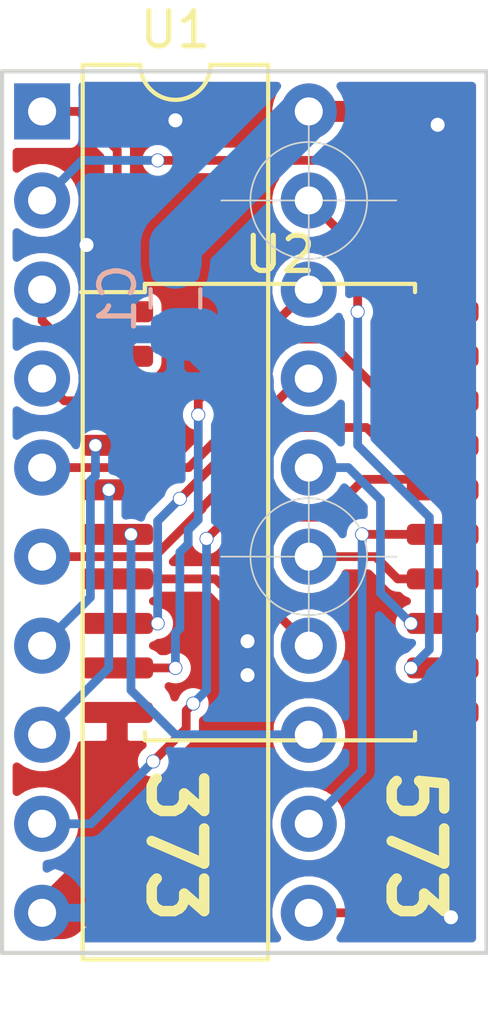
<source format=kicad_pcb>
(kicad_pcb (version 20171130) (host pcbnew "(5.1.5)-3")

  (general
    (thickness 1.6)
    (drawings 8)
    (tracks 142)
    (zones 0)
    (modules 3)
    (nets 21)
  )

  (page A4)
  (layers
    (0 F.Cu signal)
    (31 B.Cu signal)
    (32 B.Adhes user)
    (33 F.Adhes user)
    (34 B.Paste user)
    (35 F.Paste user)
    (36 B.SilkS user)
    (37 F.SilkS user)
    (38 B.Mask user)
    (39 F.Mask user)
    (40 Dwgs.User user)
    (41 Cmts.User user)
    (42 Eco1.User user)
    (43 Eco2.User user)
    (44 Edge.Cuts user)
    (45 Margin user)
    (46 B.CrtYd user)
    (47 F.CrtYd user)
    (48 B.Fab user)
    (49 F.Fab user)
  )

  (setup
    (last_trace_width 0.25)
    (user_trace_width 0.6)
    (user_trace_width 1.5)
    (trace_clearance 0.2)
    (zone_clearance 0.239)
    (zone_45_only no)
    (trace_min 0.2)
    (via_size 0.8)
    (via_drill 0.4)
    (via_min_size 0.35)
    (via_min_drill 0.3)
    (user_via 0.4 0.35)
    (uvia_size 0.3)
    (uvia_drill 0.1)
    (uvias_allowed no)
    (uvia_min_size 0.2)
    (uvia_min_drill 0.1)
    (edge_width 0.05)
    (segment_width 0.2)
    (pcb_text_width 0.3)
    (pcb_text_size 1.5 1.5)
    (mod_edge_width 0.12)
    (mod_text_size 1 1)
    (mod_text_width 0.15)
    (pad_size 1.524 1.524)
    (pad_drill 0.762)
    (pad_to_mask_clearance 0.051)
    (solder_mask_min_width 0.25)
    (aux_axis_origin 114.3 78.74)
    (visible_elements 7FFFFFFF)
    (pcbplotparams
      (layerselection 0x010f0_ffffffff)
      (usegerberextensions false)
      (usegerberattributes false)
      (usegerberadvancedattributes false)
      (creategerberjobfile false)
      (excludeedgelayer true)
      (linewidth 0.100000)
      (plotframeref false)
      (viasonmask false)
      (mode 1)
      (useauxorigin false)
      (hpglpennumber 1)
      (hpglpenspeed 20)
      (hpglpendiameter 15.000000)
      (psnegative false)
      (psa4output false)
      (plotreference true)
      (plotvalue true)
      (plotinvisibletext false)
      (padsonsilk false)
      (subtractmaskfromsilk false)
      (outputformat 1)
      (mirror false)
      (drillshape 0)
      (scaleselection 1)
      (outputdirectory "gerber/"))
  )

  (net 0 "")
  (net 1 "Net-(U1-Pad1)")
  (net 2 "Net-(U1-Pad2)")
  (net 3 "Net-(U1-Pad9)")
  (net 4 "Net-(U1-Pad3)")
  (net 5 "Net-(U1-Pad4)")
  (net 6 "Net-(U1-Pad11)")
  (net 7 "Net-(U1-Pad5)")
  (net 8 "Net-(U1-Pad12)")
  (net 9 "Net-(U1-Pad6)")
  (net 10 "Net-(U1-Pad13)")
  (net 11 "Net-(C1-Pad1)")
  (net 12 "Net-(U1-Pad14)")
  (net 13 "Net-(U1-Pad7)")
  (net 14 "Net-(U1-Pad15)")
  (net 15 GND)
  (net 16 "Net-(U1-Pad16)")
  (net 17 "Net-(U1-Pad17)")
  (net 18 "Net-(U1-Pad8)")
  (net 19 "Net-(U1-Pad18)")
  (net 20 "Net-(U1-Pad19)")

  (net_class Default "This is the default net class."
    (clearance 0.2)
    (trace_width 0.25)
    (via_dia 0.8)
    (via_drill 0.4)
    (uvia_dia 0.3)
    (uvia_drill 0.1)
    (add_net GND)
    (add_net "Net-(C1-Pad1)")
    (add_net "Net-(U1-Pad1)")
    (add_net "Net-(U1-Pad11)")
    (add_net "Net-(U1-Pad12)")
    (add_net "Net-(U1-Pad13)")
    (add_net "Net-(U1-Pad14)")
    (add_net "Net-(U1-Pad15)")
    (add_net "Net-(U1-Pad16)")
    (add_net "Net-(U1-Pad17)")
    (add_net "Net-(U1-Pad18)")
    (add_net "Net-(U1-Pad19)")
    (add_net "Net-(U1-Pad2)")
    (add_net "Net-(U1-Pad3)")
    (add_net "Net-(U1-Pad4)")
    (add_net "Net-(U1-Pad5)")
    (add_net "Net-(U1-Pad6)")
    (add_net "Net-(U1-Pad7)")
    (add_net "Net-(U1-Pad8)")
    (add_net "Net-(U1-Pad9)")
  )

  (module Capacitor_SMD:C_0805_2012Metric_Pad1.15x1.40mm_HandSolder (layer B.Cu) (tedit 5B36C52B) (tstamp 5EF1D490)
    (at 110.49 76.454 270)
    (descr "Capacitor SMD 0805 (2012 Metric), square (rectangular) end terminal, IPC_7351 nominal with elongated pad for handsoldering. (Body size source: https://docs.google.com/spreadsheets/d/1BsfQQcO9C6DZCsRaXUlFlo91Tg2WpOkGARC1WS5S8t0/edit?usp=sharing), generated with kicad-footprint-generator")
    (tags "capacitor handsolder")
    (path /7C524249)
    (attr smd)
    (fp_text reference C1 (at 0 1.65 90) (layer B.SilkS)
      (effects (font (size 1 1) (thickness 0.15)) (justify mirror))
    )
    (fp_text value 100n (at 0 -1.65 90) (layer B.Fab)
      (effects (font (size 1 1) (thickness 0.15)) (justify mirror))
    )
    (fp_line (start -1 -0.6) (end -1 0.6) (layer B.Fab) (width 0.1))
    (fp_line (start -1 0.6) (end 1 0.6) (layer B.Fab) (width 0.1))
    (fp_line (start 1 0.6) (end 1 -0.6) (layer B.Fab) (width 0.1))
    (fp_line (start 1 -0.6) (end -1 -0.6) (layer B.Fab) (width 0.1))
    (fp_line (start -0.261252 0.71) (end 0.261252 0.71) (layer B.SilkS) (width 0.12))
    (fp_line (start -0.261252 -0.71) (end 0.261252 -0.71) (layer B.SilkS) (width 0.12))
    (fp_line (start -1.85 -0.95) (end -1.85 0.95) (layer B.CrtYd) (width 0.05))
    (fp_line (start -1.85 0.95) (end 1.85 0.95) (layer B.CrtYd) (width 0.05))
    (fp_line (start 1.85 0.95) (end 1.85 -0.95) (layer B.CrtYd) (width 0.05))
    (fp_line (start 1.85 -0.95) (end -1.85 -0.95) (layer B.CrtYd) (width 0.05))
    (fp_text user %R (at 0 0 90) (layer B.Fab)
      (effects (font (size 0.5 0.5) (thickness 0.08)) (justify mirror))
    )
    (pad 1 smd roundrect (at -1.025 0 270) (size 1.15 1.4) (layers B.Cu B.Paste B.Mask) (roundrect_rratio 0.217391)
      (net 11 "Net-(C1-Pad1)"))
    (pad 2 smd roundrect (at 1.025 0 270) (size 1.15 1.4) (layers B.Cu B.Paste B.Mask) (roundrect_rratio 0.217391)
      (net 15 GND))
    (model ${KISYS3DMOD}/Capacitor_SMD.3dshapes/C_0805_2012Metric.wrl
      (at (xyz 0 0 0))
      (scale (xyz 1 1 1))
      (rotate (xyz 0 0 0))
    )
  )

  (module Package_DIP:DIP-20_W7.62mm (layer F.Cu) (tedit 5A02E8C5) (tstamp 5EF1D4B8)
    (at 106.68 71.12)
    (descr "20-lead though-hole mounted DIP package, row spacing 7.62 mm (300 mils)")
    (tags "THT DIP DIL PDIP 2.54mm 7.62mm 300mil")
    (path /5EF1D2C1)
    (fp_text reference U1 (at 3.81 -2.33) (layer F.SilkS)
      (effects (font (size 1 1) (thickness 0.15)))
    )
    (fp_text value 74LS373 (at 3.81 25.19) (layer F.Fab)
      (effects (font (size 1 1) (thickness 0.15)))
    )
    (fp_arc (start 3.81 -1.33) (end 2.81 -1.33) (angle -180) (layer F.SilkS) (width 0.12))
    (fp_line (start 1.635 -1.27) (end 6.985 -1.27) (layer F.Fab) (width 0.1))
    (fp_line (start 6.985 -1.27) (end 6.985 24.13) (layer F.Fab) (width 0.1))
    (fp_line (start 6.985 24.13) (end 0.635 24.13) (layer F.Fab) (width 0.1))
    (fp_line (start 0.635 24.13) (end 0.635 -0.27) (layer F.Fab) (width 0.1))
    (fp_line (start 0.635 -0.27) (end 1.635 -1.27) (layer F.Fab) (width 0.1))
    (fp_line (start 2.81 -1.33) (end 1.16 -1.33) (layer F.SilkS) (width 0.12))
    (fp_line (start 1.16 -1.33) (end 1.16 24.19) (layer F.SilkS) (width 0.12))
    (fp_line (start 1.16 24.19) (end 6.46 24.19) (layer F.SilkS) (width 0.12))
    (fp_line (start 6.46 24.19) (end 6.46 -1.33) (layer F.SilkS) (width 0.12))
    (fp_line (start 6.46 -1.33) (end 4.81 -1.33) (layer F.SilkS) (width 0.12))
    (fp_line (start -1.1 -1.55) (end -1.1 24.4) (layer F.CrtYd) (width 0.05))
    (fp_line (start -1.1 24.4) (end 8.7 24.4) (layer F.CrtYd) (width 0.05))
    (fp_line (start 8.7 24.4) (end 8.7 -1.55) (layer F.CrtYd) (width 0.05))
    (fp_line (start 8.7 -1.55) (end -1.1 -1.55) (layer F.CrtYd) (width 0.05))
    (fp_text user %R (at 3.81 11.43) (layer F.Fab)
      (effects (font (size 1 1) (thickness 0.15)))
    )
    (pad 1 thru_hole rect (at 0 0) (size 1.6 1.6) (drill 0.8) (layers *.Cu *.Mask)
      (net 1 "Net-(U1-Pad1)"))
    (pad 11 thru_hole oval (at 7.62 22.86) (size 1.6 1.6) (drill 0.8) (layers *.Cu *.Mask)
      (net 6 "Net-(U1-Pad11)"))
    (pad 2 thru_hole oval (at 0 2.54) (size 1.6 1.6) (drill 0.8) (layers *.Cu *.Mask)
      (net 2 "Net-(U1-Pad2)"))
    (pad 12 thru_hole oval (at 7.62 20.32) (size 1.6 1.6) (drill 0.8) (layers *.Cu *.Mask)
      (net 8 "Net-(U1-Pad12)"))
    (pad 3 thru_hole oval (at 0 5.08) (size 1.6 1.6) (drill 0.8) (layers *.Cu *.Mask)
      (net 4 "Net-(U1-Pad3)"))
    (pad 13 thru_hole oval (at 7.62 17.78) (size 1.6 1.6) (drill 0.8) (layers *.Cu *.Mask)
      (net 10 "Net-(U1-Pad13)"))
    (pad 4 thru_hole oval (at 0 7.62) (size 1.6 1.6) (drill 0.8) (layers *.Cu *.Mask)
      (net 5 "Net-(U1-Pad4)"))
    (pad 14 thru_hole oval (at 7.62 15.24) (size 1.6 1.6) (drill 0.8) (layers *.Cu *.Mask)
      (net 12 "Net-(U1-Pad14)"))
    (pad 5 thru_hole oval (at 0 10.16) (size 1.6 1.6) (drill 0.8) (layers *.Cu *.Mask)
      (net 7 "Net-(U1-Pad5)"))
    (pad 15 thru_hole oval (at 7.62 12.7) (size 1.6 1.6) (drill 0.8) (layers *.Cu *.Mask)
      (net 14 "Net-(U1-Pad15)"))
    (pad 6 thru_hole oval (at 0 12.7) (size 1.6 1.6) (drill 0.8) (layers *.Cu *.Mask)
      (net 9 "Net-(U1-Pad6)"))
    (pad 16 thru_hole oval (at 7.62 10.16) (size 1.6 1.6) (drill 0.8) (layers *.Cu *.Mask)
      (net 16 "Net-(U1-Pad16)"))
    (pad 7 thru_hole oval (at 0 15.24) (size 1.6 1.6) (drill 0.8) (layers *.Cu *.Mask)
      (net 13 "Net-(U1-Pad7)"))
    (pad 17 thru_hole oval (at 7.62 7.62) (size 1.6 1.6) (drill 0.8) (layers *.Cu *.Mask)
      (net 17 "Net-(U1-Pad17)"))
    (pad 8 thru_hole oval (at 0 17.78) (size 1.6 1.6) (drill 0.8) (layers *.Cu *.Mask)
      (net 18 "Net-(U1-Pad8)"))
    (pad 18 thru_hole oval (at 7.62 5.08) (size 1.6 1.6) (drill 0.8) (layers *.Cu *.Mask)
      (net 19 "Net-(U1-Pad18)"))
    (pad 9 thru_hole oval (at 0 20.32) (size 1.6 1.6) (drill 0.8) (layers *.Cu *.Mask)
      (net 3 "Net-(U1-Pad9)"))
    (pad 19 thru_hole oval (at 7.62 2.54) (size 1.6 1.6) (drill 0.8) (layers *.Cu *.Mask)
      (net 20 "Net-(U1-Pad19)"))
    (pad 10 thru_hole oval (at 0 22.86) (size 1.6 1.6) (drill 0.8) (layers *.Cu *.Mask)
      (net 15 GND))
    (pad 20 thru_hole oval (at 7.62 0) (size 1.6 1.6) (drill 0.8) (layers *.Cu *.Mask)
      (net 11 "Net-(C1-Pad1)"))
  )

  (module Package_SO:SOIC-20W_7.5x12.8mm_P1.27mm (layer F.Cu) (tedit 5D9F72B1) (tstamp 5EF1D4E3)
    (at 113.4763 82.55)
    (descr "SOIC, 20 Pin (JEDEC MS-013AC, https://www.analog.com/media/en/package-pcb-resources/package/233848rw_20.pdf), generated with kicad-footprint-generator ipc_gullwing_generator.py")
    (tags "SOIC SO")
    (path /5EF1E168)
    (attr smd)
    (fp_text reference U2 (at 0 -7.35) (layer F.SilkS)
      (effects (font (size 1 1) (thickness 0.15)))
    )
    (fp_text value 74LS573 (at 0 7.35) (layer F.Fab)
      (effects (font (size 1 1) (thickness 0.15)))
    )
    (fp_line (start 0 6.51) (end 3.86 6.51) (layer F.SilkS) (width 0.12))
    (fp_line (start 3.86 6.51) (end 3.86 6.275) (layer F.SilkS) (width 0.12))
    (fp_line (start 0 6.51) (end -3.86 6.51) (layer F.SilkS) (width 0.12))
    (fp_line (start -3.86 6.51) (end -3.86 6.275) (layer F.SilkS) (width 0.12))
    (fp_line (start 0 -6.51) (end 3.86 -6.51) (layer F.SilkS) (width 0.12))
    (fp_line (start 3.86 -6.51) (end 3.86 -6.275) (layer F.SilkS) (width 0.12))
    (fp_line (start 0 -6.51) (end -3.86 -6.51) (layer F.SilkS) (width 0.12))
    (fp_line (start -3.86 -6.51) (end -3.86 -6.275) (layer F.SilkS) (width 0.12))
    (fp_line (start -3.86 -6.275) (end -5.675 -6.275) (layer F.SilkS) (width 0.12))
    (fp_line (start -2.75 -6.4) (end 3.75 -6.4) (layer F.Fab) (width 0.1))
    (fp_line (start 3.75 -6.4) (end 3.75 6.4) (layer F.Fab) (width 0.1))
    (fp_line (start 3.75 6.4) (end -3.75 6.4) (layer F.Fab) (width 0.1))
    (fp_line (start -3.75 6.4) (end -3.75 -5.4) (layer F.Fab) (width 0.1))
    (fp_line (start -3.75 -5.4) (end -2.75 -6.4) (layer F.Fab) (width 0.1))
    (fp_line (start -5.93 -6.65) (end -5.93 6.65) (layer F.CrtYd) (width 0.05))
    (fp_line (start -5.93 6.65) (end 5.93 6.65) (layer F.CrtYd) (width 0.05))
    (fp_line (start 5.93 6.65) (end 5.93 -6.65) (layer F.CrtYd) (width 0.05))
    (fp_line (start 5.93 -6.65) (end -5.93 -6.65) (layer F.CrtYd) (width 0.05))
    (fp_text user %R (at 0 0) (layer F.Fab)
      (effects (font (size 1 1) (thickness 0.15)))
    )
    (pad 1 smd roundrect (at -4.65 -5.715) (size 2.05 0.6) (layers F.Cu F.Paste F.Mask) (roundrect_rratio 0.25)
      (net 1 "Net-(U1-Pad1)"))
    (pad 2 smd roundrect (at -4.65 -4.445) (size 2.05 0.6) (layers F.Cu F.Paste F.Mask) (roundrect_rratio 0.25)
      (net 4 "Net-(U1-Pad3)"))
    (pad 3 smd roundrect (at -4.65 -3.175) (size 2.05 0.6) (layers F.Cu F.Paste F.Mask) (roundrect_rratio 0.25)
      (net 5 "Net-(U1-Pad4)"))
    (pad 4 smd roundrect (at -4.65 -1.905) (size 2.05 0.6) (layers F.Cu F.Paste F.Mask) (roundrect_rratio 0.25)
      (net 13 "Net-(U1-Pad7)"))
    (pad 5 smd roundrect (at -4.65 -0.635) (size 2.05 0.6) (layers F.Cu F.Paste F.Mask) (roundrect_rratio 0.25)
      (net 18 "Net-(U1-Pad8)"))
    (pad 6 smd roundrect (at -4.65 0.635) (size 2.05 0.6) (layers F.Cu F.Paste F.Mask) (roundrect_rratio 0.25)
      (net 10 "Net-(U1-Pad13)"))
    (pad 7 smd roundrect (at -4.65 1.905) (size 2.05 0.6) (layers F.Cu F.Paste F.Mask) (roundrect_rratio 0.25)
      (net 12 "Net-(U1-Pad14)"))
    (pad 8 smd roundrect (at -4.65 3.175) (size 2.05 0.6) (layers F.Cu F.Paste F.Mask) (roundrect_rratio 0.25)
      (net 17 "Net-(U1-Pad17)"))
    (pad 9 smd roundrect (at -4.65 4.445) (size 2.05 0.6) (layers F.Cu F.Paste F.Mask) (roundrect_rratio 0.25)
      (net 19 "Net-(U1-Pad18)"))
    (pad 10 smd roundrect (at -4.65 5.715) (size 2.05 0.6) (layers F.Cu F.Paste F.Mask) (roundrect_rratio 0.25)
      (net 15 GND))
    (pad 11 smd roundrect (at 4.65 5.715) (size 2.05 0.6) (layers F.Cu F.Paste F.Mask) (roundrect_rratio 0.25)
      (net 6 "Net-(U1-Pad11)"))
    (pad 12 smd roundrect (at 4.65 4.445) (size 2.05 0.6) (layers F.Cu F.Paste F.Mask) (roundrect_rratio 0.25)
      (net 20 "Net-(U1-Pad19)"))
    (pad 13 smd roundrect (at 4.65 3.175) (size 2.05 0.6) (layers F.Cu F.Paste F.Mask) (roundrect_rratio 0.25)
      (net 16 "Net-(U1-Pad16)"))
    (pad 14 smd roundrect (at 4.65 1.905) (size 2.05 0.6) (layers F.Cu F.Paste F.Mask) (roundrect_rratio 0.25)
      (net 14 "Net-(U1-Pad15)"))
    (pad 15 smd roundrect (at 4.65 0.635) (size 2.05 0.6) (layers F.Cu F.Paste F.Mask) (roundrect_rratio 0.25)
      (net 8 "Net-(U1-Pad12)"))
    (pad 16 smd roundrect (at 4.65 -0.635) (size 2.05 0.6) (layers F.Cu F.Paste F.Mask) (roundrect_rratio 0.25)
      (net 3 "Net-(U1-Pad9)"))
    (pad 17 smd roundrect (at 4.65 -1.905) (size 2.05 0.6) (layers F.Cu F.Paste F.Mask) (roundrect_rratio 0.25)
      (net 9 "Net-(U1-Pad6)"))
    (pad 18 smd roundrect (at 4.65 -3.175) (size 2.05 0.6) (layers F.Cu F.Paste F.Mask) (roundrect_rratio 0.25)
      (net 7 "Net-(U1-Pad5)"))
    (pad 19 smd roundrect (at 4.65 -4.445) (size 2.05 0.6) (layers F.Cu F.Paste F.Mask) (roundrect_rratio 0.25)
      (net 2 "Net-(U1-Pad2)"))
    (pad 20 smd roundrect (at 4.65 -5.715) (size 2.05 0.6) (layers F.Cu F.Paste F.Mask) (roundrect_rratio 0.25)
      (net 11 "Net-(C1-Pad1)"))
    (model ${KISYS3DMOD}/Package_SO.3dshapes/SOIC-20W_7.5x12.8mm_P1.27mm.wrl
      (at (xyz 0 0 0))
      (scale (xyz 1 1 1))
      (rotate (xyz 0 0 0))
    )
  )

  (gr_text 373 (at 110.49 92.075 270) (layer F.SilkS)
    (effects (font (size 1.5 1.5) (thickness 0.3)))
  )
  (gr_text 573 (at 117.348 92.075 270) (layer F.SilkS)
    (effects (font (size 1.5 1.5) (thickness 0.3)))
  )
  (target plus (at 114.3 83.82) (size 5) (width 0.05) (layer Edge.Cuts) (tstamp 5EDEE61A))
  (target plus (at 114.3 73.66) (size 5) (width 0.05) (layer Edge.Cuts))
  (gr_line (start 119.38 95.123) (end 119.38 69.977) (layer Edge.Cuts) (width 0.12) (tstamp 5EDD24B3))
  (gr_line (start 105.537 95.123) (end 119.38 95.123) (layer Edge.Cuts) (width 0.12))
  (gr_line (start 105.537 69.977) (end 105.537 95.123) (layer Edge.Cuts) (width 0.12))
  (gr_line (start 119.38 69.977) (end 105.537 69.977) (layer Edge.Cuts) (width 0.12))

  (via (at 117.221 86.995) (size 0.4) (drill 0.35) (layers F.Cu B.Cu) (net 20))
  (via (at 117.221 85.725) (size 0.4) (drill 0.35) (layers F.Cu B.Cu) (net 16))
  (via (at 109.22 83.185) (size 0.4) (drill 0.35) (layers F.Cu B.Cu) (net 10))
  (via (at 108.585 81.915) (size 0.4) (drill 0.35) (layers F.Cu B.Cu) (net 18))
  (via (at 108.204 80.645) (size 0.4) (drill 0.35) (layers F.Cu B.Cu) (net 13))
  (segment (start 107.73 71.12) (end 106.68 71.12) (width 0.25) (layer F.Cu) (net 1))
  (segment (start 108.8263 72.2163) (end 107.73 71.12) (width 0.25) (layer F.Cu) (net 1))
  (segment (start 108.8263 76.835) (end 108.8263 72.2163) (width 0.25) (layer F.Cu) (net 1))
  (segment (start 118.1263 78.105) (end 117.094 78.105) (width 0.25) (layer F.Cu) (net 2))
  (segment (start 117.094 78.105) (end 116.84 77.851) (width 0.25) (layer F.Cu) (net 2))
  (segment (start 116.77629 74.471288) (end 114.822002 72.517) (width 0.25) (layer F.Cu) (net 2))
  (segment (start 116.84 77.851) (end 116.77629 77.78729) (width 0.25) (layer F.Cu) (net 2))
  (segment (start 116.77629 77.78729) (end 116.77629 74.471288) (width 0.25) (layer F.Cu) (net 2))
  (segment (start 114.822002 72.517) (end 109.982 72.517) (width 0.25) (layer F.Cu) (net 2))
  (segment (start 109.982 72.517) (end 109.982 72.517) (width 0.25) (layer F.Cu) (net 2) (tstamp 5EF1D910))
  (via (at 109.982 72.517) (size 0.4) (drill 0.35) (layers F.Cu B.Cu) (net 2))
  (segment (start 107.823 72.517) (end 106.68 73.66) (width 0.25) (layer B.Cu) (net 2))
  (segment (start 109.982 72.517) (end 107.823 72.517) (width 0.25) (layer B.Cu) (net 2))
  (segment (start 114.790001 82.694999) (end 111.996001 82.694999) (width 0.25) (layer F.Cu) (net 3))
  (segment (start 115.87 81.615) (end 114.790001 82.694999) (width 0.25) (layer F.Cu) (net 3))
  (segment (start 118.1263 81.915) (end 117.8263 81.615) (width 0.25) (layer F.Cu) (net 3))
  (segment (start 117.8263 81.615) (end 115.87 81.615) (width 0.25) (layer F.Cu) (net 3))
  (segment (start 111.996001 82.694999) (end 111.379 83.312) (width 0.25) (layer F.Cu) (net 3))
  (segment (start 111.379 83.312) (end 111.379 83.312) (width 0.25) (layer F.Cu) (net 3) (tstamp 5EF1DC46))
  (via (at 111.379 83.312) (size 0.4) (drill 0.35) (layers F.Cu B.Cu) (net 3))
  (segment (start 111.379 83.312) (end 111.379 87.63) (width 0.25) (layer B.Cu) (net 3))
  (segment (start 111.379 87.63) (end 110.998 88.011) (width 0.25) (layer B.Cu) (net 3))
  (segment (start 110.998 88.011) (end 110.998 88.011) (width 0.25) (layer B.Cu) (net 3) (tstamp 5EF1DC5E))
  (via (at 110.998 88.011) (size 0.4) (drill 0.35) (layers F.Cu B.Cu) (net 3))
  (segment (start 110.798001 88.210999) (end 110.798001 88.718999) (width 0.25) (layer F.Cu) (net 3))
  (segment (start 110.998 88.011) (end 110.798001 88.210999) (width 0.25) (layer F.Cu) (net 3))
  (segment (start 110.798001 88.718999) (end 109.855 89.662) (width 0.25) (layer F.Cu) (net 3))
  (segment (start 109.855 89.662) (end 109.855 89.662) (width 0.25) (layer F.Cu) (net 3) (tstamp 5EF1DC76))
  (via (at 109.855 89.662) (size 0.4) (drill 0.35) (layers F.Cu B.Cu) (net 3))
  (segment (start 108.077 91.44) (end 106.68 91.44) (width 0.25) (layer B.Cu) (net 3))
  (segment (start 109.855 89.662) (end 108.077 91.44) (width 0.25) (layer B.Cu) (net 3))
  (segment (start 106.68 77.089) (end 106.68 76.2) (width 0.25) (layer F.Cu) (net 4))
  (segment (start 108.8263 78.105) (end 107.696 78.105) (width 0.25) (layer F.Cu) (net 4))
  (segment (start 107.696 78.105) (end 106.68 77.089) (width 0.25) (layer F.Cu) (net 4))
  (segment (start 107.315 79.375) (end 106.68 78.74) (width 0.25) (layer F.Cu) (net 5))
  (segment (start 108.8263 79.375) (end 107.315 79.375) (width 0.25) (layer F.Cu) (net 5))
  (segment (start 118.1263 88.565) (end 118.1263 88.265) (width 0.25) (layer F.Cu) (net 6))
  (segment (start 118.1263 91.28507) (end 118.1263 88.565) (width 0.25) (layer F.Cu) (net 6))
  (segment (start 115.43137 93.98) (end 118.1263 91.28507) (width 0.25) (layer F.Cu) (net 6))
  (segment (start 114.3 93.98) (end 115.43137 93.98) (width 0.25) (layer F.Cu) (net 6))
  (segment (start 116.586 79.375) (end 118.1263 79.375) (width 0.25) (layer F.Cu) (net 7))
  (segment (start 114.825999 77.614999) (end 116.586 79.375) (width 0.25) (layer F.Cu) (net 7))
  (segment (start 110.86959 81.28) (end 113.03 79.11959) (width 0.25) (layer F.Cu) (net 7))
  (segment (start 113.03 78.344998) (end 113.759999 77.614999) (width 0.25) (layer F.Cu) (net 7))
  (segment (start 113.759999 77.614999) (end 114.825999 77.614999) (width 0.25) (layer F.Cu) (net 7))
  (segment (start 106.68 81.28) (end 110.86959 81.28) (width 0.25) (layer F.Cu) (net 7))
  (segment (start 113.03 79.11959) (end 113.03 78.344998) (width 0.25) (layer F.Cu) (net 7))
  (segment (start 118.1263 83.185) (end 117.094 83.185) (width 0.25) (layer F.Cu) (net 8))
  (segment (start 117.094 83.185) (end 115.824 83.185) (width 0.25) (layer F.Cu) (net 8))
  (segment (start 115.824 83.185) (end 115.824 83.185) (width 0.25) (layer F.Cu) (net 8) (tstamp 5EF1E2A9))
  (via (at 115.824 83.185) (size 0.4) (drill 0.35) (layers F.Cu B.Cu) (net 8))
  (segment (start 115.824 89.916) (end 114.3 91.44) (width 0.25) (layer B.Cu) (net 8))
  (segment (start 115.824 83.185) (end 115.824 89.916) (width 0.25) (layer B.Cu) (net 8))
  (segment (start 109.888068 83.82) (end 111.252 82.456068) (width 0.25) (layer F.Cu) (net 9))
  (segment (start 106.68 83.82) (end 109.888068 83.82) (width 0.25) (layer F.Cu) (net 9))
  (segment (start 111.252 82.423) (end 113.538 80.137) (width 0.25) (layer F.Cu) (net 9))
  (segment (start 111.252 82.456068) (end 111.252 82.423) (width 0.25) (layer F.Cu) (net 9))
  (segment (start 113.538 80.137) (end 115.951 80.137) (width 0.25) (layer F.Cu) (net 9))
  (segment (start 115.951 80.137) (end 116.459 80.645) (width 0.25) (layer F.Cu) (net 9))
  (segment (start 116.459 80.645) (end 118.1263 80.645) (width 0.25) (layer F.Cu) (net 9))
  (segment (start 110.49 88.9) (end 114.3 88.9) (width 0.25) (layer B.Cu) (net 10))
  (segment (start 109.22 83.185) (end 109.22 87.63) (width 0.25) (layer B.Cu) (net 10))
  (segment (start 109.22 87.63) (end 110.49 88.9) (width 0.25) (layer B.Cu) (net 10))
  (segment (start 115.43137 71.12) (end 114.3 71.12) (width 0.6) (layer F.Cu) (net 11))
  (segment (start 118.1263 73.81493) (end 115.43137 71.12) (width 0.6) (layer F.Cu) (net 11))
  (segment (start 118.1263 76.835) (end 118.1263 73.81493) (width 0.6) (layer F.Cu) (net 11))
  (segment (start 110.49 74.93) (end 114.3 71.12) (width 1.5) (layer B.Cu) (net 11))
  (segment (start 110.49 75.429) (end 110.49 74.93) (width 1.5) (layer B.Cu) (net 11))
  (segment (start 112.33599 85.15799) (end 113.09799 85.15799) (width 0.25) (layer F.Cu) (net 12))
  (segment (start 108.8263 84.455) (end 111.633 84.455) (width 0.25) (layer F.Cu) (net 12))
  (segment (start 113.09799 85.15799) (end 114.3 86.36) (width 0.25) (layer F.Cu) (net 12))
  (segment (start 111.633 84.455) (end 112.33599 85.15799) (width 0.25) (layer F.Cu) (net 12))
  (segment (start 108.004001 85.035999) (end 107.479999 85.560001) (width 0.25) (layer B.Cu) (net 13))
  (segment (start 107.479999 85.560001) (end 106.68 86.36) (width 0.25) (layer B.Cu) (net 13))
  (segment (start 108.059999 81.662999) (end 108.059999 84.980001) (width 0.25) (layer B.Cu) (net 13))
  (segment (start 108.204 80.645) (end 108.204 81.518998) (width 0.25) (layer B.Cu) (net 13))
  (segment (start 108.059999 84.980001) (end 106.68 86.36) (width 0.25) (layer B.Cu) (net 13))
  (segment (start 108.204 81.518998) (end 108.059999 81.662999) (width 0.25) (layer B.Cu) (net 13))
  (segment (start 116.205 83.82) (end 114.3 83.82) (width 0.25) (layer F.Cu) (net 14))
  (segment (start 118.1263 84.455) (end 116.84 84.455) (width 0.25) (layer F.Cu) (net 14))
  (segment (start 116.84 84.455) (end 116.205 83.82) (width 0.25) (layer F.Cu) (net 14))
  (segment (start 108.8263 88.565) (end 108.8263 88.265) (width 0.6) (layer F.Cu) (net 15))
  (segment (start 108.8263 92.96507) (end 108.8263 88.565) (width 0.6) (layer F.Cu) (net 15))
  (segment (start 107.81137 93.98) (end 108.8263 92.96507) (width 0.6) (layer F.Cu) (net 15))
  (segment (start 106.68 93.98) (end 107.81137 93.98) (width 0.6) (layer F.Cu) (net 15))
  (segment (start 107.239002 93.98) (end 112.549999 88.669003) (width 1.5) (layer F.Cu) (net 15))
  (segment (start 106.68 93.98) (end 107.239002 93.98) (width 1.5) (layer F.Cu) (net 15))
  (segment (start 112.549999 88.669003) (end 112.549999 87.200001) (width 1.5) (layer F.Cu) (net 15))
  (segment (start 112.549999 87.200001) (end 112.549999 86.233) (width 1.5) (layer F.Cu) (net 15))
  (segment (start 112.549999 86.233) (end 112.549999 86.233) (width 1.5) (layer F.Cu) (net 15) (tstamp 5EF1DD4D))
  (via (at 112.549999 86.233) (size 0.8) (drill 0.4) (layers F.Cu B.Cu) (net 15))
  (segment (start 112.549999 87.200001) (end 112.549999 87.200001) (width 1.5) (layer F.Cu) (net 15) (tstamp 5EF1DD4F))
  (via (at 112.549999 87.200001) (size 0.8) (drill 0.4) (layers F.Cu B.Cu) (net 15))
  (segment (start 111.19 77.479) (end 110.49 77.479) (width 1.5) (layer B.Cu) (net 15))
  (segment (start 112.549999 78.838999) (end 111.19 77.479) (width 1.5) (layer B.Cu) (net 15))
  (segment (start 112.549999 87.200001) (end 112.549999 78.838999) (width 1.5) (layer B.Cu) (net 15))
  (via (at 117.983 71.501) (size 0.8) (drill 0.4) (layers F.Cu B.Cu) (net 15))
  (via (at 110.49 71.374) (size 0.8) (drill 0.4) (layers F.Cu B.Cu) (net 15))
  (via (at 118.364 94.107) (size 0.8) (drill 0.4) (layers F.Cu B.Cu) (net 15))
  (via (at 107.95 74.93) (size 0.8) (drill 0.4) (layers F.Cu B.Cu) (net 15))
  (segment (start 116.349001 82.197631) (end 116.349001 84.853001) (width 0.25) (layer B.Cu) (net 16))
  (segment (start 114.3 81.28) (end 115.43137 81.28) (width 0.25) (layer B.Cu) (net 16))
  (segment (start 116.349001 84.853001) (end 117.221 85.725) (width 0.25) (layer B.Cu) (net 16))
  (segment (start 115.43137 81.28) (end 116.349001 82.197631) (width 0.25) (layer B.Cu) (net 16))
  (segment (start 108.8263 85.725) (end 109.982 85.725) (width 0.25) (layer F.Cu) (net 17))
  (segment (start 109.982 85.725) (end 109.982 85.725) (width 0.25) (layer F.Cu) (net 17) (tstamp 5EF1D886))
  (via (at 109.982 85.725) (size 0.4) (drill 0.35) (layers F.Cu B.Cu) (net 17))
  (segment (start 109.982 85.725) (end 109.982 82.804) (width 0.25) (layer B.Cu) (net 17))
  (segment (start 109.982 82.804) (end 110.617 82.169) (width 0.25) (layer B.Cu) (net 17))
  (segment (start 110.617 82.169) (end 110.617 82.169) (width 0.25) (layer B.Cu) (net 17) (tstamp 5EF1E1C4))
  (via (at 110.617 82.169) (size 0.4) (drill 0.35) (layers F.Cu B.Cu) (net 17))
  (segment (start 114.046 78.74) (end 114.3 78.74) (width 0.25) (layer F.Cu) (net 17))
  (segment (start 110.617 82.169) (end 114.046 78.74) (width 0.25) (layer F.Cu) (net 17))
  (segment (start 108.585 86.995) (end 106.68 88.9) (width 0.25) (layer B.Cu) (net 18))
  (segment (start 108.585 81.915) (end 108.585 86.995) (width 0.25) (layer B.Cu) (net 18))
  (segment (start 108.8263 86.995) (end 110.49 86.995) (width 0.25) (layer F.Cu) (net 19))
  (segment (start 110.49 86.995) (end 110.49 86.995) (width 0.25) (layer F.Cu) (net 19) (tstamp 5EF1D89E))
  (via (at 110.49 86.995) (size 0.4) (drill 0.35) (layers F.Cu B.Cu) (net 19))
  (segment (start 110.49 85.994002) (end 110.617 85.867002) (width 0.25) (layer B.Cu) (net 19))
  (segment (start 110.49 86.995) (end 110.49 85.994002) (width 0.25) (layer B.Cu) (net 19))
  (segment (start 110.853999 83.456001) (end 110.853999 83.059999) (width 0.25) (layer B.Cu) (net 19))
  (segment (start 110.617 85.867002) (end 110.617 83.693) (width 0.25) (layer B.Cu) (net 19))
  (segment (start 110.617 83.693) (end 110.853999 83.456001) (width 0.25) (layer B.Cu) (net 19))
  (segment (start 111.142001 82.771997) (end 111.142001 79.773001) (width 0.25) (layer B.Cu) (net 19))
  (segment (start 110.853999 83.059999) (end 111.142001 82.771997) (width 0.25) (layer B.Cu) (net 19))
  (segment (start 111.142001 79.773001) (end 111.142001 79.773001) (width 0.25) (layer B.Cu) (net 19) (tstamp 5EF1E27B))
  (via (at 111.142001 79.773001) (size 0.4) (drill 0.35) (layers F.Cu B.Cu) (net 19))
  (segment (start 111.142001 79.357999) (end 114.3 76.2) (width 0.25) (layer F.Cu) (net 19))
  (segment (start 111.142001 79.773001) (end 111.142001 79.357999) (width 0.25) (layer F.Cu) (net 19))
  (segment (start 114.3 73.66) (end 115.697 75.057) (width 0.25) (layer F.Cu) (net 20))
  (segment (start 115.697 75.057) (end 115.697 76.835) (width 0.25) (layer F.Cu) (net 20))
  (segment (start 117.746001 86.469999) (end 117.746001 82.694001) (width 0.25) (layer B.Cu) (net 20))
  (segment (start 117.221 86.995) (end 117.746001 86.469999) (width 0.25) (layer B.Cu) (net 20))
  (segment (start 117.746001 82.694001) (end 115.697 80.645) (width 0.25) (layer B.Cu) (net 20))
  (segment (start 115.697 80.645) (end 115.697 76.835) (width 0.25) (layer B.Cu) (net 20))
  (segment (start 115.697 76.835) (end 115.697 76.835) (width 0.25) (layer B.Cu) (net 20) (tstamp 5EF1E335))
  (via (at 115.697 76.835) (size 0.4) (drill 0.35) (layers F.Cu B.Cu) (net 20))

  (zone (net 15) (net_name GND) (layer F.Cu) (tstamp 0) (hatch edge 0.508)
    (connect_pads (clearance 0.239))
    (min_thickness 0.239)
    (fill yes (arc_segments 32) (thermal_gap 0.508) (thermal_bridge_width 0.508))
    (polygon
      (pts
        (xy 119.38 95.123) (xy 105.537 95.123) (xy 105.537 69.977) (xy 119.38 69.977)
      )
    )
    (filled_polygon
      (pts
        (xy 118.9615 94.7045) (xy 115.20922 94.7045) (xy 115.326649 94.528755) (xy 115.353679 94.4635) (xy 115.407631 94.4635)
        (xy 115.43137 94.465838) (xy 115.455109 94.4635) (xy 115.455119 94.4635) (xy 115.526152 94.456504) (xy 115.617293 94.428857)
        (xy 115.701288 94.38396) (xy 115.77491 94.32354) (xy 115.790049 94.305093) (xy 118.451393 91.643749) (xy 118.46984 91.62861)
        (xy 118.53026 91.554988) (xy 118.575157 91.470993) (xy 118.602804 91.379852) (xy 118.6098 91.308819) (xy 118.6098 91.308818)
        (xy 118.612139 91.28507) (xy 118.6098 91.261321) (xy 118.6098 88.925234) (xy 118.9615 88.925234)
      )
    )
    (filled_polygon
      (pts
        (xy 113.273351 83.271245) (xy 113.186021 83.482078) (xy 113.1415 83.705898) (xy 113.1415 83.934102) (xy 113.186021 84.157922)
        (xy 113.273351 84.368755) (xy 113.400135 84.5585) (xy 113.5615 84.719865) (xy 113.751245 84.846649) (xy 113.962078 84.933979)
        (xy 114.185898 84.9785) (xy 114.414102 84.9785) (xy 114.637922 84.933979) (xy 114.848755 84.846649) (xy 115.0385 84.719865)
        (xy 115.199865 84.5585) (xy 115.326649 84.368755) (xy 115.353679 84.3035) (xy 116.004728 84.3035) (xy 116.481321 84.780093)
        (xy 116.49646 84.79854) (xy 116.570082 84.85896) (xy 116.654077 84.903857) (xy 116.745218 84.931504) (xy 116.816251 84.9385)
        (xy 116.816254 84.9385) (xy 116.84 84.940839) (xy 116.863746 84.9385) (xy 116.868114 84.9385) (xy 116.89051 84.96579)
        (xy 116.967829 85.029244) (xy 117.056042 85.076395) (xy 117.100892 85.09) (xy 117.056042 85.103605) (xy 116.967829 85.150756)
        (xy 116.89051 85.21421) (xy 116.827056 85.291529) (xy 116.779905 85.379742) (xy 116.779833 85.379981) (xy 116.726064 85.460451)
        (xy 116.683963 85.562092) (xy 116.6625 85.669993) (xy 116.6625 85.780007) (xy 116.683963 85.887908) (xy 116.726064 85.989549)
        (xy 116.779833 86.070019) (xy 116.779905 86.070258) (xy 116.827056 86.158471) (xy 116.89051 86.23579) (xy 116.967829 86.299244)
        (xy 117.056042 86.346395) (xy 117.100892 86.36) (xy 117.056042 86.373605) (xy 116.967829 86.420756) (xy 116.89051 86.48421)
        (xy 116.827056 86.561529) (xy 116.779905 86.649742) (xy 116.779833 86.649981) (xy 116.726064 86.730451) (xy 116.683963 86.832092)
        (xy 116.6625 86.939993) (xy 116.6625 87.050007) (xy 116.683963 87.157908) (xy 116.726064 87.259549) (xy 116.779833 87.340019)
        (xy 116.779905 87.340258) (xy 116.827056 87.428471) (xy 116.89051 87.50579) (xy 116.967829 87.569244) (xy 117.056042 87.616395)
        (xy 117.100892 87.63) (xy 117.056042 87.643605) (xy 116.967829 87.690756) (xy 116.89051 87.75421) (xy 116.827056 87.831529)
        (xy 116.779905 87.919742) (xy 116.75087 88.015458) (xy 116.741066 88.115) (xy 116.741066 88.415) (xy 116.75087 88.514542)
        (xy 116.779905 88.610258) (xy 116.827056 88.698471) (xy 116.89051 88.77579) (xy 116.967829 88.839244) (xy 117.056042 88.886395)
        (xy 117.151758 88.91543) (xy 117.2513 88.925234) (xy 117.642801 88.925234) (xy 117.6428 91.084798) (xy 115.314514 93.413084)
        (xy 115.199865 93.2415) (xy 115.0385 93.080135) (xy 114.848755 92.953351) (xy 114.637922 92.866021) (xy 114.414102 92.8215)
        (xy 114.185898 92.8215) (xy 113.962078 92.866021) (xy 113.751245 92.953351) (xy 113.5615 93.080135) (xy 113.400135 93.2415)
        (xy 113.273351 93.431245) (xy 113.186021 93.642078) (xy 113.1415 93.865898) (xy 113.1415 94.094102) (xy 113.186021 94.317922)
        (xy 113.273351 94.528755) (xy 113.39078 94.7045) (xy 107.909738 94.7045) (xy 108.026922 94.452836) (xy 108.062613 94.335161)
        (xy 107.943486 94.1145) (xy 106.8145 94.1145) (xy 106.8145 94.1345) (xy 106.5455 94.1345) (xy 106.5455 94.1145)
        (xy 106.5255 94.1145) (xy 106.5255 93.8455) (xy 106.5455 93.8455) (xy 106.5455 93.8255) (xy 106.8145 93.8255)
        (xy 106.8145 93.8455) (xy 107.943486 93.8455) (xy 108.062613 93.624839) (xy 108.026922 93.507164) (xy 107.908796 93.253478)
        (xy 107.743448 93.027712) (xy 107.537232 92.838542) (xy 107.298073 92.693237) (xy 107.035162 92.597382) (xy 106.814502 92.715719)
        (xy 106.814502 92.594442) (xy 107.017922 92.553979) (xy 107.228755 92.466649) (xy 107.4185 92.339865) (xy 107.579865 92.1785)
        (xy 107.706649 91.988755) (xy 107.793979 91.777922) (xy 107.8385 91.554102) (xy 107.8385 91.325898) (xy 113.1415 91.325898)
        (xy 113.1415 91.554102) (xy 113.186021 91.777922) (xy 113.273351 91.988755) (xy 113.400135 92.1785) (xy 113.5615 92.339865)
        (xy 113.751245 92.466649) (xy 113.962078 92.553979) (xy 114.185898 92.5985) (xy 114.414102 92.5985) (xy 114.637922 92.553979)
        (xy 114.848755 92.466649) (xy 115.0385 92.339865) (xy 115.199865 92.1785) (xy 115.326649 91.988755) (xy 115.413979 91.777922)
        (xy 115.4585 91.554102) (xy 115.4585 91.325898) (xy 115.413979 91.102078) (xy 115.326649 90.891245) (xy 115.199865 90.7015)
        (xy 115.0385 90.540135) (xy 114.848755 90.413351) (xy 114.637922 90.326021) (xy 114.414102 90.2815) (xy 114.185898 90.2815)
        (xy 113.962078 90.326021) (xy 113.751245 90.413351) (xy 113.5615 90.540135) (xy 113.400135 90.7015) (xy 113.273351 90.891245)
        (xy 113.186021 91.102078) (xy 113.1415 91.325898) (xy 107.8385 91.325898) (xy 107.793979 91.102078) (xy 107.706649 90.891245)
        (xy 107.579865 90.7015) (xy 107.4185 90.540135) (xy 107.228755 90.413351) (xy 107.017922 90.326021) (xy 106.794102 90.2815)
        (xy 106.565898 90.2815) (xy 106.342078 90.326021) (xy 106.131245 90.413351) (xy 105.9555 90.53078) (xy 105.9555 89.80922)
        (xy 106.131245 89.926649) (xy 106.342078 90.013979) (xy 106.565898 90.0585) (xy 106.794102 90.0585) (xy 107.017922 90.013979)
        (xy 107.228755 89.926649) (xy 107.4185 89.799865) (xy 107.579865 89.6385) (xy 107.706649 89.448755) (xy 107.793979 89.237922)
        (xy 107.802411 89.195531) (xy 108.534925 89.1925) (xy 108.6918 89.035625) (xy 108.6918 88.3995) (xy 108.6718 88.3995)
        (xy 108.6718 88.1305) (xy 108.6918 88.1305) (xy 108.6918 88.1105) (xy 108.9608 88.1105) (xy 108.9608 88.1305)
        (xy 108.9808 88.1305) (xy 108.9808 88.3995) (xy 108.9608 88.3995) (xy 108.9608 89.035625) (xy 109.117675 89.1925)
        (xy 109.549708 89.194288) (xy 109.498977 89.228185) (xy 109.421185 89.305977) (xy 109.360064 89.397451) (xy 109.317963 89.499092)
        (xy 109.2965 89.606993) (xy 109.2965 89.717007) (xy 109.317963 89.824908) (xy 109.360064 89.926549) (xy 109.421185 90.018023)
        (xy 109.498977 90.095815) (xy 109.590451 90.156936) (xy 109.692092 90.199037) (xy 109.799993 90.2205) (xy 109.910007 90.2205)
        (xy 110.017908 90.199037) (xy 110.119549 90.156936) (xy 110.211023 90.095815) (xy 110.288815 90.018023) (xy 110.349936 89.926549)
        (xy 110.392037 89.824908) (xy 110.396053 89.804719) (xy 111.123094 89.077678) (xy 111.141541 89.062539) (xy 111.163629 89.035625)
        (xy 111.201961 88.988918) (xy 111.246858 88.904922) (xy 111.252478 88.886395) (xy 111.274505 88.813781) (xy 111.277251 88.785898)
        (xy 113.1415 88.785898) (xy 113.1415 89.014102) (xy 113.186021 89.237922) (xy 113.273351 89.448755) (xy 113.400135 89.6385)
        (xy 113.5615 89.799865) (xy 113.751245 89.926649) (xy 113.962078 90.013979) (xy 114.185898 90.0585) (xy 114.414102 90.0585)
        (xy 114.637922 90.013979) (xy 114.848755 89.926649) (xy 115.0385 89.799865) (xy 115.199865 89.6385) (xy 115.326649 89.448755)
        (xy 115.413979 89.237922) (xy 115.4585 89.014102) (xy 115.4585 88.785898) (xy 115.413979 88.562078) (xy 115.326649 88.351245)
        (xy 115.199865 88.1615) (xy 115.0385 88.000135) (xy 114.848755 87.873351) (xy 114.637922 87.786021) (xy 114.414102 87.7415)
        (xy 114.185898 87.7415) (xy 113.962078 87.786021) (xy 113.751245 87.873351) (xy 113.5615 88.000135) (xy 113.400135 88.1615)
        (xy 113.273351 88.351245) (xy 113.186021 88.562078) (xy 113.1415 88.785898) (xy 111.277251 88.785898) (xy 111.281501 88.742748)
        (xy 111.281501 88.742745) (xy 111.28384 88.718999) (xy 111.281501 88.695253) (xy 111.281501 88.493273) (xy 111.354023 88.444815)
        (xy 111.431815 88.367023) (xy 111.492936 88.275549) (xy 111.535037 88.173908) (xy 111.5565 88.066007) (xy 111.5565 87.955993)
        (xy 111.535037 87.848092) (xy 111.492936 87.746451) (xy 111.431815 87.654977) (xy 111.354023 87.577185) (xy 111.262549 87.516064)
        (xy 111.160908 87.473963) (xy 111.053007 87.4525) (xy 110.942993 87.4525) (xy 110.835092 87.473963) (xy 110.733451 87.516064)
        (xy 110.641977 87.577185) (xy 110.564185 87.654977) (xy 110.503064 87.746451) (xy 110.467087 87.833308) (xy 110.433839 87.723704)
        (xy 110.375572 87.614693) (xy 110.297769 87.519891) (xy 110.327092 87.532037) (xy 110.434993 87.5535) (xy 110.545007 87.5535)
        (xy 110.652908 87.532037) (xy 110.754549 87.489936) (xy 110.846023 87.428815) (xy 110.923815 87.351023) (xy 110.984936 87.259549)
        (xy 111.027037 87.157908) (xy 111.0485 87.050007) (xy 111.0485 86.939993) (xy 111.027037 86.832092) (xy 110.984936 86.730451)
        (xy 110.923815 86.638977) (xy 110.846023 86.561185) (xy 110.754549 86.500064) (xy 110.652908 86.457963) (xy 110.545007 86.4365)
        (xy 110.434993 86.4365) (xy 110.327092 86.457963) (xy 110.225451 86.500064) (xy 110.208336 86.5115) (xy 110.084486 86.5115)
        (xy 110.06209 86.48421) (xy 109.984771 86.420756) (xy 109.896558 86.373605) (xy 109.851708 86.36) (xy 109.896558 86.346395)
        (xy 109.984771 86.299244) (xy 110.003955 86.2835) (xy 110.037007 86.2835) (xy 110.144908 86.262037) (xy 110.246549 86.219936)
        (xy 110.338023 86.158815) (xy 110.415815 86.081023) (xy 110.476936 85.989549) (xy 110.519037 85.887908) (xy 110.5405 85.780007)
        (xy 110.5405 85.669993) (xy 110.519037 85.562092) (xy 110.476936 85.460451) (xy 110.415815 85.368977) (xy 110.338023 85.291185)
        (xy 110.246549 85.230064) (xy 110.144908 85.187963) (xy 110.037007 85.1665) (xy 110.003955 85.1665) (xy 109.984771 85.150756)
        (xy 109.896558 85.103605) (xy 109.851708 85.09) (xy 109.896558 85.076395) (xy 109.984771 85.029244) (xy 110.06209 84.96579)
        (xy 110.084486 84.9385) (xy 111.432728 84.9385) (xy 111.977315 85.483088) (xy 111.99245 85.50153) (xy 112.010892 85.516665)
        (xy 112.010896 85.516669) (xy 112.066071 85.56195) (xy 112.090486 85.575) (xy 112.150067 85.606847) (xy 112.241208 85.634494)
        (xy 112.312241 85.64149) (xy 112.312251 85.64149) (xy 112.33599 85.643828) (xy 112.359729 85.64149) (xy 112.897718 85.64149)
        (xy 113.213051 85.956823) (xy 113.186021 86.022078) (xy 113.1415 86.245898) (xy 113.1415 86.474102) (xy 113.186021 86.697922)
        (xy 113.273351 86.908755) (xy 113.400135 87.0985) (xy 113.5615 87.259865) (xy 113.751245 87.386649) (xy 113.962078 87.473979)
        (xy 114.185898 87.5185) (xy 114.414102 87.5185) (xy 114.637922 87.473979) (xy 114.848755 87.386649) (xy 115.0385 87.259865)
        (xy 115.199865 87.0985) (xy 115.326649 86.908755) (xy 115.413979 86.697922) (xy 115.4585 86.474102) (xy 115.4585 86.245898)
        (xy 115.413979 86.022078) (xy 115.326649 85.811245) (xy 115.199865 85.6215) (xy 115.0385 85.460135) (xy 114.848755 85.333351)
        (xy 114.637922 85.246021) (xy 114.414102 85.2015) (xy 114.185898 85.2015) (xy 113.962078 85.246021) (xy 113.896823 85.273051)
        (xy 113.456668 84.832896) (xy 113.44153 84.81445) (xy 113.367908 84.75403) (xy 113.283913 84.709133) (xy 113.192772 84.681486)
        (xy 113.121739 84.67449) (xy 113.121729 84.67449) (xy 113.09799 84.672152) (xy 113.074251 84.67449) (xy 112.536263 84.67449)
        (xy 111.991679 84.129907) (xy 111.97654 84.11146) (xy 111.902918 84.05104) (xy 111.818923 84.006143) (xy 111.727782 83.978496)
        (xy 111.656749 83.9715) (xy 111.656739 83.9715) (xy 111.633 83.969162) (xy 111.609261 83.9715) (xy 110.42034 83.9715)
        (xy 110.863921 83.527919) (xy 110.884064 83.576549) (xy 110.945185 83.668023) (xy 111.022977 83.745815) (xy 111.114451 83.806936)
        (xy 111.216092 83.849037) (xy 111.323993 83.8705) (xy 111.434007 83.8705) (xy 111.541908 83.849037) (xy 111.643549 83.806936)
        (xy 111.735023 83.745815) (xy 111.812815 83.668023) (xy 111.873936 83.576549) (xy 111.916037 83.474908) (xy 111.920053 83.45472)
        (xy 112.196274 83.178499) (xy 113.335322 83.178499)
      )
    )
    (filled_polygon
      (pts
        (xy 113.273351 70.571245) (xy 113.186021 70.782078) (xy 113.1415 71.005898) (xy 113.1415 71.234102) (xy 113.186021 71.457922)
        (xy 113.273351 71.668755) (xy 113.400135 71.8585) (xy 113.5615 72.019865) (xy 113.581906 72.0335) (xy 110.263664 72.0335)
        (xy 110.246549 72.022064) (xy 110.144908 71.979963) (xy 110.037007 71.9585) (xy 109.926993 71.9585) (xy 109.819092 71.979963)
        (xy 109.717451 72.022064) (xy 109.625977 72.083185) (xy 109.548185 72.160977) (xy 109.487064 72.252451) (xy 109.444963 72.354092)
        (xy 109.4235 72.461993) (xy 109.4235 72.572007) (xy 109.444963 72.679908) (xy 109.487064 72.781549) (xy 109.548185 72.873023)
        (xy 109.625977 72.950815) (xy 109.717451 73.011936) (xy 109.819092 73.054037) (xy 109.926993 73.0755) (xy 110.037007 73.0755)
        (xy 110.144908 73.054037) (xy 110.246549 73.011936) (xy 110.263664 73.0005) (xy 113.347349 73.0005) (xy 113.273351 73.111245)
        (xy 113.186021 73.322078) (xy 113.1415 73.545898) (xy 113.1415 73.774102) (xy 113.186021 73.997922) (xy 113.273351 74.208755)
        (xy 113.400135 74.3985) (xy 113.5615 74.559865) (xy 113.751245 74.686649) (xy 113.962078 74.773979) (xy 114.185898 74.8185)
        (xy 114.414102 74.8185) (xy 114.637922 74.773979) (xy 114.703177 74.746949) (xy 115.2135 75.257272) (xy 115.2135 75.481907)
        (xy 115.199865 75.4615) (xy 115.0385 75.300135) (xy 114.848755 75.173351) (xy 114.637922 75.086021) (xy 114.414102 75.0415)
        (xy 114.185898 75.0415) (xy 113.962078 75.086021) (xy 113.751245 75.173351) (xy 113.5615 75.300135) (xy 113.400135 75.4615)
        (xy 113.273351 75.651245) (xy 113.186021 75.862078) (xy 113.1415 76.085898) (xy 113.1415 76.314102) (xy 113.186021 76.537922)
        (xy 113.21305 76.603177) (xy 110.816904 78.999324) (xy 110.798462 79.014459) (xy 110.783327 79.032901) (xy 110.783322 79.032906)
        (xy 110.738041 79.088081) (xy 110.693144 79.172077) (xy 110.679668 79.216504) (xy 110.665498 79.263217) (xy 110.658501 79.33425)
        (xy 110.658501 79.33426) (xy 110.656163 79.357999) (xy 110.658501 79.381738) (xy 110.658501 79.491337) (xy 110.647065 79.508452)
        (xy 110.604964 79.610093) (xy 110.583501 79.717994) (xy 110.583501 79.828008) (xy 110.604964 79.935909) (xy 110.647065 80.03755)
        (xy 110.708186 80.129024) (xy 110.785978 80.206816) (xy 110.877452 80.267937) (xy 110.979093 80.310038) (xy 111.086994 80.331501)
        (xy 111.134317 80.331501) (xy 110.669318 80.7965) (xy 110.211386 80.7965) (xy 110.211534 80.795) (xy 110.211534 80.495)
        (xy 110.20173 80.395458) (xy 110.172695 80.299742) (xy 110.125544 80.211529) (xy 110.06209 80.13421) (xy 109.984771 80.070756)
        (xy 109.896558 80.023605) (xy 109.851708 80.01) (xy 109.896558 79.996395) (xy 109.984771 79.949244) (xy 110.06209 79.88579)
        (xy 110.125544 79.808471) (xy 110.172695 79.720258) (xy 110.20173 79.624542) (xy 110.211534 79.525) (xy 110.211534 79.225)
        (xy 110.20173 79.125458) (xy 110.172695 79.029742) (xy 110.125544 78.941529) (xy 110.06209 78.86421) (xy 109.984771 78.800756)
        (xy 109.896558 78.753605) (xy 109.851708 78.74) (xy 109.896558 78.726395) (xy 109.984771 78.679244) (xy 110.06209 78.61579)
        (xy 110.125544 78.538471) (xy 110.172695 78.450258) (xy 110.20173 78.354542) (xy 110.211534 78.255) (xy 110.211534 77.955)
        (xy 110.20173 77.855458) (xy 110.172695 77.759742) (xy 110.125544 77.671529) (xy 110.06209 77.59421) (xy 109.984771 77.530756)
        (xy 109.896558 77.483605) (xy 109.851708 77.47) (xy 109.896558 77.456395) (xy 109.984771 77.409244) (xy 110.06209 77.34579)
        (xy 110.125544 77.268471) (xy 110.172695 77.180258) (xy 110.20173 77.084542) (xy 110.211534 76.985) (xy 110.211534 76.685)
        (xy 110.20173 76.585458) (xy 110.172695 76.489742) (xy 110.125544 76.401529) (xy 110.06209 76.32421) (xy 109.984771 76.260756)
        (xy 109.896558 76.213605) (xy 109.800842 76.18457) (xy 109.7013 76.174766) (xy 109.3098 76.174766) (xy 109.3098 72.240038)
        (xy 109.312138 72.216299) (xy 109.3098 72.19256) (xy 109.3098 72.192551) (xy 109.302804 72.121518) (xy 109.275157 72.030377)
        (xy 109.23026 71.946382) (xy 109.16984 71.87276) (xy 109.151393 71.857621) (xy 108.088679 70.794907) (xy 108.07354 70.77646)
        (xy 107.999918 70.71604) (xy 107.915923 70.671143) (xy 107.840234 70.648183) (xy 107.840234 70.3955) (xy 113.39078 70.3955)
      )
    )
    (filled_polygon
      (pts
        (xy 108.342801 72.416573) (xy 108.3428 76.174766) (xy 107.9513 76.174766) (xy 107.851758 76.18457) (xy 107.8385 76.188592)
        (xy 107.8385 76.085898) (xy 107.793979 75.862078) (xy 107.706649 75.651245) (xy 107.579865 75.4615) (xy 107.4185 75.300135)
        (xy 107.228755 75.173351) (xy 107.017922 75.086021) (xy 106.794102 75.0415) (xy 106.565898 75.0415) (xy 106.342078 75.086021)
        (xy 106.131245 75.173351) (xy 105.9555 75.29078) (xy 105.9555 74.56922) (xy 106.131245 74.686649) (xy 106.342078 74.773979)
        (xy 106.565898 74.8185) (xy 106.794102 74.8185) (xy 107.017922 74.773979) (xy 107.228755 74.686649) (xy 107.4185 74.559865)
        (xy 107.579865 74.3985) (xy 107.706649 74.208755) (xy 107.793979 73.997922) (xy 107.8385 73.774102) (xy 107.8385 73.545898)
        (xy 107.793979 73.322078) (xy 107.706649 73.111245) (xy 107.579865 72.9215) (xy 107.4185 72.760135) (xy 107.228755 72.633351)
        (xy 107.017922 72.546021) (xy 106.794102 72.5015) (xy 106.565898 72.5015) (xy 106.342078 72.546021) (xy 106.131245 72.633351)
        (xy 105.9555 72.75078) (xy 105.9555 72.280234) (xy 107.48 72.280234) (xy 107.550278 72.273312) (xy 107.617856 72.252813)
        (xy 107.680135 72.219524) (xy 107.734724 72.174724) (xy 107.779524 72.120135) (xy 107.812813 72.057856) (xy 107.833312 71.990278)
        (xy 107.840234 71.92) (xy 107.840234 71.914006)
      )
    )
    (filled_polygon
      (pts
        (xy 118.961501 76.174766) (xy 118.7848 76.174766) (xy 118.7848 73.847278) (xy 118.787986 73.81493) (xy 118.775272 73.685841)
        (xy 118.737618 73.561713) (xy 118.676472 73.447317) (xy 118.614803 73.372173) (xy 118.594183 73.347047) (xy 118.569055 73.326425)
        (xy 115.919879 70.67725) (xy 115.899253 70.652117) (xy 115.798983 70.569828) (xy 115.684586 70.508682) (xy 115.560459 70.471028)
        (xy 115.463718 70.4615) (xy 115.463716 70.4615) (xy 115.43137 70.458314) (xy 115.399024 70.4615) (xy 115.253319 70.4615)
        (xy 115.20922 70.3955) (xy 118.961501 70.3955)
      )
    )
  )
  (zone (net 15) (net_name GND) (layer B.Cu) (tstamp 0) (hatch edge 0.508)
    (connect_pads (clearance 0.239))
    (min_thickness 0.239)
    (fill yes (arc_segments 32) (thermal_gap 0.508) (thermal_bridge_width 0.508))
    (polygon
      (pts
        (xy 119.38 95.123) (xy 105.537 95.123) (xy 105.537 69.977) (xy 119.38 69.977)
      )
    )
    (filled_polygon
      (pts
        (xy 113.273351 70.571245) (xy 113.267872 70.584472) (xy 109.744679 74.107667) (xy 109.702381 74.14238) (xy 109.563858 74.311171)
        (xy 109.460925 74.503743) (xy 109.39754 74.712696) (xy 109.3815 74.87555) (xy 109.3815 74.875557) (xy 109.376138 74.93)
        (xy 109.3815 74.984443) (xy 109.3815 75.483449) (xy 109.39754 75.646303) (xy 109.429766 75.752538) (xy 109.429766 75.754001)
        (xy 109.441491 75.873052) (xy 109.476217 75.987527) (xy 109.532609 76.093028) (xy 109.608499 76.185501) (xy 109.700972 76.261391)
        (xy 109.733897 76.27899) (xy 109.666989 76.28558) (xy 109.548704 76.321461) (xy 109.439693 76.379728) (xy 109.344144 76.458144)
        (xy 109.265728 76.553693) (xy 109.207461 76.662704) (xy 109.17158 76.780989) (xy 109.159464 76.904) (xy 109.1625 77.187625)
        (xy 109.319375 77.3445) (xy 110.3555 77.3445) (xy 110.3555 77.3245) (xy 110.6245 77.3245) (xy 110.6245 77.3445)
        (xy 111.660625 77.3445) (xy 111.8175 77.187625) (xy 111.820536 76.904) (xy 111.80842 76.780989) (xy 111.772539 76.662704)
        (xy 111.714272 76.553693) (xy 111.635856 76.458144) (xy 111.540307 76.379728) (xy 111.431296 76.321461) (xy 111.313011 76.28558)
        (xy 111.246103 76.27899) (xy 111.279028 76.261391) (xy 111.371501 76.185501) (xy 111.447391 76.093028) (xy 111.503783 75.987527)
        (xy 111.538509 75.873052) (xy 111.550234 75.754001) (xy 111.550234 75.752539) (xy 111.58246 75.646304) (xy 111.5985 75.48345)
        (xy 111.5985 75.389154) (xy 113.153454 73.834201) (xy 113.186021 73.997922) (xy 113.273351 74.208755) (xy 113.400135 74.3985)
        (xy 113.5615 74.559865) (xy 113.751245 74.686649) (xy 113.962078 74.773979) (xy 114.185898 74.8185) (xy 114.414102 74.8185)
        (xy 114.637922 74.773979) (xy 114.848755 74.686649) (xy 115.0385 74.559865) (xy 115.199865 74.3985) (xy 115.326649 74.208755)
        (xy 115.413979 73.997922) (xy 115.4585 73.774102) (xy 115.4585 73.545898) (xy 115.413979 73.322078) (xy 115.326649 73.111245)
        (xy 115.199865 72.9215) (xy 115.0385 72.760135) (xy 114.848755 72.633351) (xy 114.637922 72.546021) (xy 114.474201 72.513455)
        (xy 114.835528 72.152128) (xy 114.848755 72.146649) (xy 115.0385 72.019865) (xy 115.199865 71.8585) (xy 115.326649 71.668755)
        (xy 115.413979 71.457922) (xy 115.4585 71.234102) (xy 115.4585 71.005898) (xy 115.413979 70.782078) (xy 115.326649 70.571245)
        (xy 115.20922 70.3955) (xy 118.961501 70.3955) (xy 118.9615 94.7045) (xy 115.20922 94.7045) (xy 115.326649 94.528755)
        (xy 115.413979 94.317922) (xy 115.4585 94.094102) (xy 115.4585 93.865898) (xy 115.413979 93.642078) (xy 115.326649 93.431245)
        (xy 115.199865 93.2415) (xy 115.0385 93.080135) (xy 114.848755 92.953351) (xy 114.637922 92.866021) (xy 114.414102 92.8215)
        (xy 114.185898 92.8215) (xy 113.962078 92.866021) (xy 113.751245 92.953351) (xy 113.5615 93.080135) (xy 113.400135 93.2415)
        (xy 113.273351 93.431245) (xy 113.186021 93.642078) (xy 113.1415 93.865898) (xy 113.1415 94.094102) (xy 113.186021 94.317922)
        (xy 113.273351 94.528755) (xy 113.39078 94.7045) (xy 107.909738 94.7045) (xy 108.026922 94.452836) (xy 108.062613 94.335161)
        (xy 107.943486 94.1145) (xy 106.8145 94.1145) (xy 106.8145 94.1345) (xy 106.5455 94.1345) (xy 106.5455 94.1145)
        (xy 106.5255 94.1145) (xy 106.5255 93.8455) (xy 106.5455 93.8455) (xy 106.5455 93.8255) (xy 106.8145 93.8255)
        (xy 106.8145 93.8455) (xy 107.943486 93.8455) (xy 108.062613 93.624839) (xy 108.026922 93.507164) (xy 107.908796 93.253478)
        (xy 107.743448 93.027712) (xy 107.537232 92.838542) (xy 107.298073 92.693237) (xy 107.035162 92.597382) (xy 106.814502 92.715719)
        (xy 106.814502 92.594442) (xy 107.017922 92.553979) (xy 107.228755 92.466649) (xy 107.4185 92.339865) (xy 107.579865 92.1785)
        (xy 107.706649 91.988755) (xy 107.733679 91.9235) (xy 108.053261 91.9235) (xy 108.077 91.925838) (xy 108.100739 91.9235)
        (xy 108.100749 91.9235) (xy 108.171782 91.916504) (xy 108.262923 91.888857) (xy 108.346918 91.84396) (xy 108.42054 91.78354)
        (xy 108.435679 91.765093) (xy 109.997719 90.203053) (xy 110.017908 90.199037) (xy 110.119549 90.156936) (xy 110.211023 90.095815)
        (xy 110.288815 90.018023) (xy 110.349936 89.926549) (xy 110.392037 89.824908) (xy 110.4135 89.717007) (xy 110.4135 89.606993)
        (xy 110.392037 89.499092) (xy 110.349936 89.397451) (xy 110.32087 89.353951) (xy 110.395218 89.376504) (xy 110.466251 89.3835)
        (xy 110.46626 89.3835) (xy 110.489999 89.385838) (xy 110.513738 89.3835) (xy 113.246321 89.3835) (xy 113.273351 89.448755)
        (xy 113.400135 89.6385) (xy 113.5615 89.799865) (xy 113.751245 89.926649) (xy 113.962078 90.013979) (xy 114.185898 90.0585)
        (xy 114.414102 90.0585) (xy 114.637922 90.013979) (xy 114.848755 89.926649) (xy 115.0385 89.799865) (xy 115.199865 89.6385)
        (xy 115.326649 89.448755) (xy 115.340501 89.415314) (xy 115.340501 89.715727) (xy 114.703177 90.353051) (xy 114.637922 90.326021)
        (xy 114.414102 90.2815) (xy 114.185898 90.2815) (xy 113.962078 90.326021) (xy 113.751245 90.413351) (xy 113.5615 90.540135)
        (xy 113.400135 90.7015) (xy 113.273351 90.891245) (xy 113.186021 91.102078) (xy 113.1415 91.325898) (xy 113.1415 91.554102)
        (xy 113.186021 91.777922) (xy 113.273351 91.988755) (xy 113.400135 92.1785) (xy 113.5615 92.339865) (xy 113.751245 92.466649)
        (xy 113.962078 92.553979) (xy 114.185898 92.5985) (xy 114.414102 92.5985) (xy 114.637922 92.553979) (xy 114.848755 92.466649)
        (xy 115.0385 92.339865) (xy 115.199865 92.1785) (xy 115.326649 91.988755) (xy 115.413979 91.777922) (xy 115.4585 91.554102)
        (xy 115.4585 91.325898) (xy 115.413979 91.102078) (xy 115.386949 91.036823) (xy 116.149093 90.274679) (xy 116.16754 90.25954)
        (xy 116.22796 90.185918) (xy 116.272857 90.101923) (xy 116.300504 90.010782) (xy 116.3075 89.939749) (xy 116.3075 89.93974)
        (xy 116.309838 89.916001) (xy 116.3075 89.892262) (xy 116.3075 85.495272) (xy 116.679947 85.867719) (xy 116.683963 85.887908)
        (xy 116.726064 85.989549) (xy 116.787185 86.081023) (xy 116.864977 86.158815) (xy 116.956451 86.219936) (xy 117.058092 86.262037)
        (xy 117.165993 86.2835) (xy 117.248728 86.2835) (xy 117.078281 86.453947) (xy 117.058092 86.457963) (xy 116.956451 86.500064)
        (xy 116.864977 86.561185) (xy 116.787185 86.638977) (xy 116.726064 86.730451) (xy 116.683963 86.832092) (xy 116.6625 86.939993)
        (xy 116.6625 87.050007) (xy 116.683963 87.157908) (xy 116.726064 87.259549) (xy 116.787185 87.351023) (xy 116.864977 87.428815)
        (xy 116.956451 87.489936) (xy 117.058092 87.532037) (xy 117.165993 87.5535) (xy 117.276007 87.5535) (xy 117.383908 87.532037)
        (xy 117.485549 87.489936) (xy 117.577023 87.428815) (xy 117.654815 87.351023) (xy 117.715936 87.259549) (xy 117.758037 87.157908)
        (xy 117.762053 87.137719) (xy 118.071094 86.828678) (xy 118.089541 86.813539) (xy 118.149961 86.739917) (xy 118.194858 86.655922)
        (xy 118.222505 86.564781) (xy 118.229501 86.493748) (xy 118.229501 86.493747) (xy 118.23184 86.469999) (xy 118.229501 86.44625)
        (xy 118.229501 82.717739) (xy 118.231839 82.694) (xy 118.229501 82.670261) (xy 118.229501 82.670252) (xy 118.222505 82.599219)
        (xy 118.194858 82.508078) (xy 118.179266 82.478907) (xy 118.149961 82.424082) (xy 118.10468 82.368907) (xy 118.104676 82.368903)
        (xy 118.089541 82.350461) (xy 118.071099 82.335326) (xy 116.1805 80.444728) (xy 116.1805 77.116664) (xy 116.191936 77.099549)
        (xy 116.234037 76.997908) (xy 116.2555 76.890007) (xy 116.2555 76.779993) (xy 116.234037 76.672092) (xy 116.191936 76.570451)
        (xy 116.130815 76.478977) (xy 116.053023 76.401185) (xy 115.961549 76.340064) (xy 115.859908 76.297963) (xy 115.752007 76.2765)
        (xy 115.641993 76.2765) (xy 115.534092 76.297963) (xy 115.455211 76.330636) (xy 115.4585 76.314102) (xy 115.4585 76.085898)
        (xy 115.413979 75.862078) (xy 115.326649 75.651245) (xy 115.199865 75.4615) (xy 115.0385 75.300135) (xy 114.848755 75.173351)
        (xy 114.637922 75.086021) (xy 114.414102 75.0415) (xy 114.185898 75.0415) (xy 113.962078 75.086021) (xy 113.751245 75.173351)
        (xy 113.5615 75.300135) (xy 113.400135 75.4615) (xy 113.273351 75.651245) (xy 113.186021 75.862078) (xy 113.1415 76.085898)
        (xy 113.1415 76.314102) (xy 113.186021 76.537922) (xy 113.273351 76.748755) (xy 113.400135 76.9385) (xy 113.5615 77.099865)
        (xy 113.751245 77.226649) (xy 113.962078 77.313979) (xy 114.185898 77.3585) (xy 114.414102 77.3585) (xy 114.637922 77.313979)
        (xy 114.848755 77.226649) (xy 115.0385 77.099865) (xy 115.156727 76.981638) (xy 115.159963 76.997908) (xy 115.202064 77.099549)
        (xy 115.213501 77.116666) (xy 115.213501 78.021907) (xy 115.199865 78.0015) (xy 115.0385 77.840135) (xy 114.848755 77.713351)
        (xy 114.637922 77.626021) (xy 114.414102 77.5815) (xy 114.185898 77.5815) (xy 113.962078 77.626021) (xy 113.751245 77.713351)
        (xy 113.5615 77.840135) (xy 113.400135 78.0015) (xy 113.273351 78.191245) (xy 113.186021 78.402078) (xy 113.1415 78.625898)
        (xy 113.1415 78.854102) (xy 113.186021 79.077922) (xy 113.273351 79.288755) (xy 113.400135 79.4785) (xy 113.5615 79.639865)
        (xy 113.751245 79.766649) (xy 113.962078 79.853979) (xy 114.185898 79.8985) (xy 114.414102 79.8985) (xy 114.637922 79.853979)
        (xy 114.848755 79.766649) (xy 115.0385 79.639865) (xy 115.199865 79.4785) (xy 115.2135 79.458093) (xy 115.2135 80.561906)
        (xy 115.199865 80.5415) (xy 115.0385 80.380135) (xy 114.848755 80.253351) (xy 114.637922 80.166021) (xy 114.414102 80.1215)
        (xy 114.185898 80.1215) (xy 113.962078 80.166021) (xy 113.751245 80.253351) (xy 113.5615 80.380135) (xy 113.400135 80.5415)
        (xy 113.273351 80.731245) (xy 113.186021 80.942078) (xy 113.1415 81.165898) (xy 113.1415 81.394102) (xy 113.186021 81.617922)
        (xy 113.273351 81.828755) (xy 113.400135 82.0185) (xy 113.5615 82.179865) (xy 113.751245 82.306649) (xy 113.962078 82.393979)
        (xy 114.185898 82.4385) (xy 114.414102 82.4385) (xy 114.637922 82.393979) (xy 114.848755 82.306649) (xy 115.0385 82.179865)
        (xy 115.199865 82.0185) (xy 115.314514 81.846916) (xy 115.865501 82.397904) (xy 115.865501 82.6265) (xy 115.768993 82.6265)
        (xy 115.661092 82.647963) (xy 115.559451 82.690064) (xy 115.467977 82.751185) (xy 115.390185 82.828977) (xy 115.329064 82.920451)
        (xy 115.286963 83.022092) (xy 115.2655 83.129993) (xy 115.2655 83.179729) (xy 115.199865 83.0815) (xy 115.0385 82.920135)
        (xy 114.848755 82.793351) (xy 114.637922 82.706021) (xy 114.414102 82.6615) (xy 114.185898 82.6615) (xy 113.962078 82.706021)
        (xy 113.751245 82.793351) (xy 113.5615 82.920135) (xy 113.400135 83.0815) (xy 113.273351 83.271245) (xy 113.186021 83.482078)
        (xy 113.1415 83.705898) (xy 113.1415 83.934102) (xy 113.186021 84.157922) (xy 113.273351 84.368755) (xy 113.400135 84.5585)
        (xy 113.5615 84.719865) (xy 113.751245 84.846649) (xy 113.962078 84.933979) (xy 114.185898 84.9785) (xy 114.414102 84.9785)
        (xy 114.637922 84.933979) (xy 114.848755 84.846649) (xy 115.0385 84.719865) (xy 115.199865 84.5585) (xy 115.326649 84.368755)
        (xy 115.3405 84.335315) (xy 115.3405 85.844685) (xy 115.326649 85.811245) (xy 115.199865 85.6215) (xy 115.0385 85.460135)
        (xy 114.848755 85.333351) (xy 114.637922 85.246021) (xy 114.414102 85.2015) (xy 114.185898 85.2015) (xy 113.962078 85.246021)
        (xy 113.751245 85.333351) (xy 113.5615 85.460135) (xy 113.400135 85.6215) (xy 113.273351 85.811245) (xy 113.186021 86.022078)
        (xy 113.1415 86.245898) (xy 113.1415 86.474102) (xy 113.186021 86.697922) (xy 113.273351 86.908755) (xy 113.400135 87.0985)
        (xy 113.5615 87.259865) (xy 113.751245 87.386649) (xy 113.962078 87.473979) (xy 114.185898 87.5185) (xy 114.414102 87.5185)
        (xy 114.637922 87.473979) (xy 114.848755 87.386649) (xy 115.0385 87.259865) (xy 115.199865 87.0985) (xy 115.326649 86.908755)
        (xy 115.340501 86.875314) (xy 115.340501 88.384686) (xy 115.326649 88.351245) (xy 115.199865 88.1615) (xy 115.0385 88.000135)
        (xy 114.848755 87.873351) (xy 114.637922 87.786021) (xy 114.414102 87.7415) (xy 114.185898 87.7415) (xy 113.962078 87.786021)
        (xy 113.751245 87.873351) (xy 113.5615 88.000135) (xy 113.400135 88.1615) (xy 113.273351 88.351245) (xy 113.246321 88.4165)
        (xy 111.382338 88.4165) (xy 111.431815 88.367023) (xy 111.492936 88.275549) (xy 111.535037 88.173908) (xy 111.539053 88.153719)
        (xy 111.704093 87.988679) (xy 111.72254 87.97354) (xy 111.78296 87.899918) (xy 111.827857 87.815923) (xy 111.855504 87.724782)
        (xy 111.8625 87.653749) (xy 111.8625 87.65374) (xy 111.864838 87.630001) (xy 111.8625 87.606262) (xy 111.8625 83.593664)
        (xy 111.873936 83.576549) (xy 111.916037 83.474908) (xy 111.9375 83.367007) (xy 111.9375 83.256993) (xy 111.916037 83.149092)
        (xy 111.873936 83.047451) (xy 111.812815 82.955977) (xy 111.735023 82.878185) (xy 111.643549 82.817064) (xy 111.624191 82.809046)
        (xy 111.625501 82.795746) (xy 111.625501 82.795737) (xy 111.627839 82.771998) (xy 111.625501 82.748259) (xy 111.625501 80.054665)
        (xy 111.636937 80.03755) (xy 111.679038 79.935909) (xy 111.700501 79.828008) (xy 111.700501 79.717994) (xy 111.679038 79.610093)
        (xy 111.636937 79.508452) (xy 111.575816 79.416978) (xy 111.498024 79.339186) (xy 111.40655 79.278065) (xy 111.304909 79.235964)
        (xy 111.197008 79.214501) (xy 111.086994 79.214501) (xy 110.979093 79.235964) (xy 110.877452 79.278065) (xy 110.785978 79.339186)
        (xy 110.708186 79.416978) (xy 110.647065 79.508452) (xy 110.604964 79.610093) (xy 110.583501 79.717994) (xy 110.583501 79.828008)
        (xy 110.604964 79.935909) (xy 110.647065 80.03755) (xy 110.658502 80.054667) (xy 110.658501 81.6105) (xy 110.561993 81.6105)
        (xy 110.454092 81.631963) (xy 110.352451 81.674064) (xy 110.260977 81.735185) (xy 110.183185 81.812977) (xy 110.122064 81.904451)
        (xy 110.079963 82.006092) (xy 110.075947 82.026281) (xy 109.656903 82.445325) (xy 109.638461 82.46046) (xy 109.623326 82.478902)
        (xy 109.623321 82.478907) (xy 109.57804 82.534082) (xy 109.533143 82.618078) (xy 109.506798 82.70493) (xy 109.484549 82.690064)
        (xy 109.382908 82.647963) (xy 109.275007 82.6265) (xy 109.164993 82.6265) (xy 109.0685 82.645694) (xy 109.0685 82.196664)
        (xy 109.079936 82.179549) (xy 109.122037 82.077908) (xy 109.1435 81.970007) (xy 109.1435 81.859993) (xy 109.122037 81.752092)
        (xy 109.079936 81.650451) (xy 109.018815 81.558977) (xy 108.941023 81.481185) (xy 108.849549 81.420064) (xy 108.747908 81.377963)
        (xy 108.6875 81.365947) (xy 108.6875 80.926664) (xy 108.698936 80.909549) (xy 108.741037 80.807908) (xy 108.7625 80.700007)
        (xy 108.7625 80.589993) (xy 108.741037 80.482092) (xy 108.698936 80.380451) (xy 108.637815 80.288977) (xy 108.560023 80.211185)
        (xy 108.468549 80.150064) (xy 108.366908 80.107963) (xy 108.259007 80.0865) (xy 108.148993 80.0865) (xy 108.041092 80.107963)
        (xy 107.939451 80.150064) (xy 107.847977 80.211185) (xy 107.770185 80.288977) (xy 107.709064 80.380451) (xy 107.666963 80.482092)
        (xy 107.6455 80.589993) (xy 107.6455 80.639729) (xy 107.579865 80.5415) (xy 107.4185 80.380135) (xy 107.228755 80.253351)
        (xy 107.017922 80.166021) (xy 106.794102 80.1215) (xy 106.565898 80.1215) (xy 106.342078 80.166021) (xy 106.131245 80.253351)
        (xy 105.9555 80.37078) (xy 105.9555 79.64922) (xy 106.131245 79.766649) (xy 106.342078 79.853979) (xy 106.565898 79.8985)
        (xy 106.794102 79.8985) (xy 107.017922 79.853979) (xy 107.228755 79.766649) (xy 107.4185 79.639865) (xy 107.579865 79.4785)
        (xy 107.706649 79.288755) (xy 107.793979 79.077922) (xy 107.8385 78.854102) (xy 107.8385 78.625898) (xy 107.793979 78.402078)
        (xy 107.706649 78.191245) (xy 107.614945 78.054) (xy 109.159464 78.054) (xy 109.17158 78.177011) (xy 109.207461 78.295296)
        (xy 109.265728 78.404307) (xy 109.344144 78.499856) (xy 109.439693 78.578272) (xy 109.548704 78.636539) (xy 109.666989 78.67242)
        (xy 109.79 78.684536) (xy 110.198625 78.6815) (xy 110.3555 78.524625) (xy 110.3555 77.6135) (xy 110.6245 77.6135)
        (xy 110.6245 78.524625) (xy 110.781375 78.6815) (xy 111.19 78.684536) (xy 111.313011 78.67242) (xy 111.431296 78.636539)
        (xy 111.540307 78.578272) (xy 111.635856 78.499856) (xy 111.714272 78.404307) (xy 111.772539 78.295296) (xy 111.80842 78.177011)
        (xy 111.820536 78.054) (xy 111.8175 77.770375) (xy 111.660625 77.6135) (xy 110.6245 77.6135) (xy 110.3555 77.6135)
        (xy 109.319375 77.6135) (xy 109.1625 77.770375) (xy 109.159464 78.054) (xy 107.614945 78.054) (xy 107.579865 78.0015)
        (xy 107.4185 77.840135) (xy 107.228755 77.713351) (xy 107.017922 77.626021) (xy 106.794102 77.5815) (xy 106.565898 77.5815)
        (xy 106.342078 77.626021) (xy 106.131245 77.713351) (xy 105.9555 77.83078) (xy 105.9555 77.10922) (xy 106.131245 77.226649)
        (xy 106.342078 77.313979) (xy 106.565898 77.3585) (xy 106.794102 77.3585) (xy 107.017922 77.313979) (xy 107.228755 77.226649)
        (xy 107.4185 77.099865) (xy 107.579865 76.9385) (xy 107.706649 76.748755) (xy 107.793979 76.537922) (xy 107.8385 76.314102)
        (xy 107.8385 76.085898) (xy 107.793979 75.862078) (xy 107.706649 75.651245) (xy 107.579865 75.4615) (xy 107.4185 75.300135)
        (xy 107.228755 75.173351) (xy 107.017922 75.086021) (xy 106.794102 75.0415) (xy 106.565898 75.0415) (xy 106.342078 75.086021)
        (xy 106.131245 75.173351) (xy 105.9555 75.29078) (xy 105.9555 74.56922) (xy 106.131245 74.686649) (xy 106.342078 74.773979)
        (xy 106.565898 74.8185) (xy 106.794102 74.8185) (xy 107.017922 74.773979) (xy 107.228755 74.686649) (xy 107.4185 74.559865)
        (xy 107.579865 74.3985) (xy 107.706649 74.208755) (xy 107.793979 73.997922) (xy 107.8385 73.774102) (xy 107.8385 73.545898)
        (xy 107.793979 73.322078) (xy 107.76695 73.256823) (xy 108.023273 73.0005) (xy 109.700336 73.0005) (xy 109.717451 73.011936)
        (xy 109.819092 73.054037) (xy 109.926993 73.0755) (xy 110.037007 73.0755) (xy 110.144908 73.054037) (xy 110.246549 73.011936)
        (xy 110.338023 72.950815) (xy 110.415815 72.873023) (xy 110.476936 72.781549) (xy 110.519037 72.679908) (xy 110.5405 72.572007)
        (xy 110.5405 72.461993) (xy 110.519037 72.354092) (xy 110.476936 72.252451) (xy 110.415815 72.160977) (xy 110.338023 72.083185)
        (xy 110.246549 72.022064) (xy 110.144908 71.979963) (xy 110.037007 71.9585) (xy 109.926993 71.9585) (xy 109.819092 71.979963)
        (xy 109.717451 72.022064) (xy 109.700336 72.0335) (xy 107.846738 72.0335) (xy 107.822999 72.031162) (xy 107.820846 72.031374)
        (xy 107.833312 71.990278) (xy 107.840234 71.92) (xy 107.840234 70.3955) (xy 113.39078 70.3955)
      )
    )
  )
)

</source>
